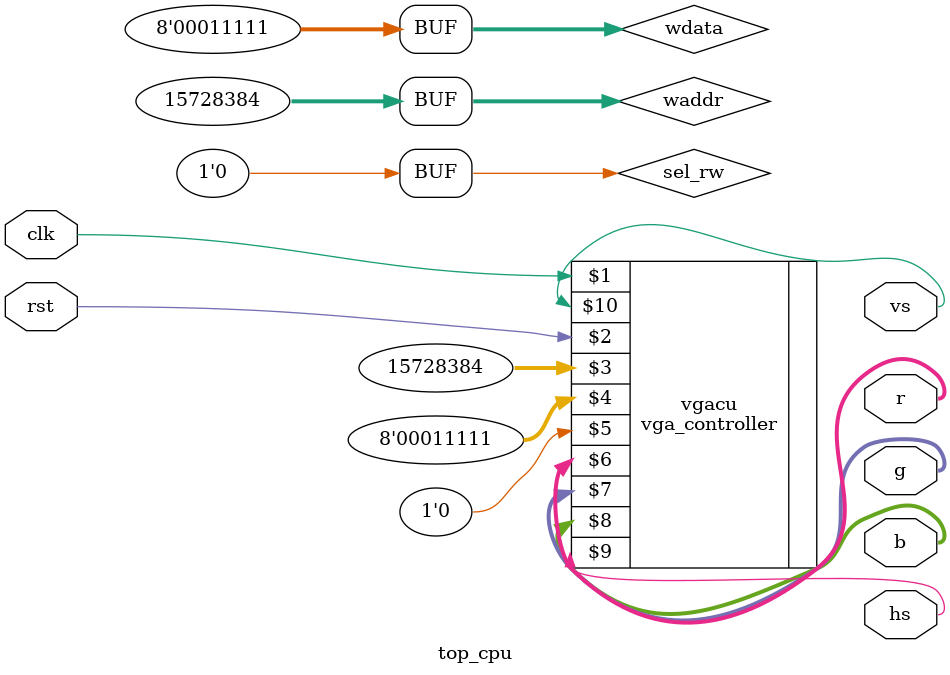
<source format=v>
`timescale 1ns / 1ps
module top_cpu(
		input clk,
		input rst,
		output [2:0] r, g,
		output [1:0] b,
		output hs, vs
    );

	wire [31:0] waddr;
	wire [7:0] wdata;
	wire sel_rw = 0;
	
	vga_controller vgacu(clk, rst, waddr, wdata, sel_rw, r, g, b, hs, vs);
	
	assign waddr = 32'h00ef_ff00;
	assign wdata = 8'd31;
	
endmodule

</source>
